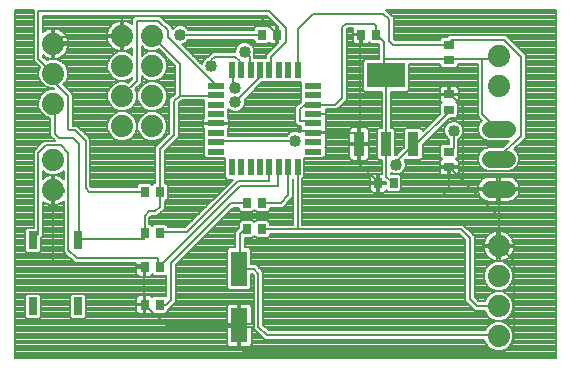
<source format=gtl>
G75*
%MOIN*%
%OFA0B0*%
%FSLAX24Y24*%
%IPPOS*%
%LPD*%
%AMOC8*
5,1,8,0,0,1.08239X$1,22.5*
%
%ADD10R,0.0374X0.0846*%
%ADD11R,0.1280X0.0846*%
%ADD12C,0.0560*%
%ADD13C,0.0740*%
%ADD14R,0.0276X0.0354*%
%ADD15R,0.0354X0.0276*%
%ADD16R,0.0580X0.0200*%
%ADD17R,0.0200X0.0580*%
%ADD18R,0.0551X0.1181*%
%ADD19R,0.0300X0.0600*%
%ADD20C,0.0080*%
%ADD21C,0.0400*%
D10*
X012173Y007822D03*
X013079Y007822D03*
X013984Y007822D03*
D11*
X013079Y010105D03*
D12*
X016549Y008313D02*
X017109Y008313D01*
X017109Y007313D02*
X016549Y007313D01*
X016549Y006313D02*
X017109Y006313D01*
D13*
X016829Y004413D03*
X016829Y003413D03*
X016829Y002413D03*
X016829Y001413D03*
X005279Y008413D03*
X004279Y008413D03*
X004279Y009413D03*
X005279Y009413D03*
X005279Y010413D03*
X004279Y010413D03*
X004279Y011413D03*
X005279Y011413D03*
X001979Y011163D03*
X001979Y010163D03*
X001979Y009163D03*
X001979Y007273D03*
X001979Y006273D03*
X016829Y009763D03*
X016829Y010763D03*
D14*
X012754Y011463D03*
X012243Y011463D03*
X009434Y011463D03*
X008923Y011463D03*
X012813Y006513D03*
X013324Y006513D03*
X008944Y005853D03*
X008433Y005853D03*
X008433Y004973D03*
X008944Y004973D03*
X005534Y004843D03*
X005023Y004843D03*
X005023Y003713D03*
X005534Y003713D03*
X005534Y002463D03*
X005023Y002463D03*
X005023Y006223D03*
X005534Y006223D03*
D15*
X015179Y007047D03*
X015179Y007559D03*
X015179Y008957D03*
X015179Y009469D03*
X015179Y010617D03*
X015179Y011129D03*
D16*
X010649Y009763D03*
X010649Y009453D03*
X010649Y009133D03*
X010649Y008823D03*
X010649Y008503D03*
X010649Y008193D03*
X010649Y007873D03*
X010649Y007563D03*
X007409Y007563D03*
X007409Y007873D03*
X007409Y008193D03*
X007409Y008503D03*
X007409Y008823D03*
X007409Y009133D03*
X007409Y009453D03*
X007409Y009763D03*
D17*
X007929Y010283D03*
X008239Y010283D03*
X008559Y010283D03*
X008869Y010283D03*
X009189Y010283D03*
X009499Y010283D03*
X009819Y010283D03*
X010129Y010283D03*
X010129Y007043D03*
X009819Y007043D03*
X009499Y007043D03*
X009189Y007043D03*
X008869Y007043D03*
X008559Y007043D03*
X008239Y007043D03*
X007929Y007043D03*
D18*
X008179Y003658D03*
X008179Y001768D03*
D19*
X002809Y002413D03*
X001309Y002413D03*
X001309Y004613D03*
X002809Y004613D03*
D20*
X000699Y000683D02*
X000699Y012289D01*
X001329Y012289D01*
X001329Y010587D01*
X001537Y010378D01*
X001489Y010261D01*
X001489Y010066D01*
X001563Y009886D01*
X001701Y009748D01*
X001881Y009673D01*
X001992Y009673D01*
X002012Y009653D01*
X001881Y009653D01*
X001701Y009579D01*
X001563Y009441D01*
X001489Y009261D01*
X001489Y009066D01*
X001563Y008886D01*
X001701Y008748D01*
X001881Y008673D01*
X001889Y008673D01*
X001889Y008087D01*
X000699Y008087D01*
X000699Y008165D02*
X001889Y008165D01*
X001889Y008087D02*
X002029Y007947D01*
X002042Y007933D01*
X001662Y007933D01*
X001569Y007840D01*
X001569Y007840D01*
X001329Y007600D01*
X001329Y005033D01*
X001109Y005033D01*
X001039Y004963D01*
X001039Y004264D01*
X001109Y004193D01*
X001508Y004193D01*
X001579Y004264D01*
X001579Y004677D01*
X001649Y004747D01*
X001649Y005883D01*
X001711Y005837D01*
X001783Y005801D01*
X001859Y005776D01*
X001938Y005763D01*
X001939Y005763D01*
X001939Y006233D01*
X002019Y006233D01*
X002329Y006233D01*
X002329Y006313D01*
X002019Y006313D01*
X002019Y006233D01*
X002019Y005763D01*
X002098Y005776D01*
X002174Y005801D01*
X002246Y005837D01*
X002311Y005884D01*
X002329Y005902D01*
X002329Y004227D01*
X002422Y004133D01*
X002422Y004133D01*
X002609Y003947D01*
X002702Y003853D01*
X004745Y003853D01*
X004745Y003742D01*
X004994Y003742D01*
X004994Y003853D01*
X005052Y003853D01*
X005052Y003742D01*
X004994Y003742D01*
X004994Y003684D01*
X005052Y003684D01*
X005052Y003396D01*
X005179Y003396D01*
X005215Y003406D01*
X005246Y003424D01*
X005273Y003450D01*
X005287Y003476D01*
X005347Y003416D01*
X005722Y003416D01*
X005749Y003443D01*
X005749Y002734D01*
X005722Y002760D01*
X005347Y002760D01*
X005287Y002701D01*
X005273Y002726D01*
X005246Y002752D01*
X005215Y002771D01*
X005179Y002780D01*
X005052Y002780D01*
X005052Y002492D01*
X004994Y002492D01*
X004994Y002780D01*
X004866Y002780D01*
X004831Y002771D01*
X004799Y002752D01*
X004773Y002726D01*
X004754Y002694D01*
X004745Y002659D01*
X004745Y002492D01*
X004994Y002492D01*
X004994Y002434D01*
X005052Y002434D01*
X005052Y002146D01*
X005179Y002146D01*
X005215Y002156D01*
X005246Y002174D01*
X005273Y002200D01*
X005287Y002226D01*
X005347Y002166D01*
X005722Y002166D01*
X005792Y002236D01*
X005792Y002293D01*
X005805Y002293D01*
X005899Y002387D01*
X006069Y002557D01*
X006069Y003787D01*
X007975Y005693D01*
X008175Y005693D01*
X008175Y005626D01*
X008245Y005556D01*
X008620Y005556D01*
X008689Y005624D01*
X008757Y005556D01*
X009132Y005556D01*
X009202Y005626D01*
X009202Y005693D01*
X009625Y005693D01*
X009875Y005943D01*
X009969Y006037D01*
X009969Y006634D01*
X009969Y005133D01*
X009202Y005133D01*
X009202Y005200D01*
X009132Y005270D01*
X008757Y005270D01*
X008689Y005202D01*
X008620Y005270D01*
X008245Y005270D01*
X008175Y005200D01*
X008175Y005006D01*
X008142Y004973D01*
X008049Y004880D01*
X008049Y004369D01*
X007853Y004369D01*
X007783Y004298D01*
X007783Y003018D01*
X007853Y002948D01*
X008504Y002948D01*
X008574Y003018D01*
X008574Y003483D01*
X008602Y003483D01*
X008659Y003427D01*
X008659Y001667D01*
X008752Y001573D01*
X009032Y001293D01*
X016348Y001293D01*
X016413Y001136D01*
X016551Y000998D01*
X016731Y000923D01*
X016926Y000923D01*
X017106Y000998D01*
X017244Y001136D01*
X017319Y001316D01*
X017319Y001511D01*
X017244Y001691D01*
X017106Y001829D01*
X016926Y001903D01*
X016731Y001903D01*
X016551Y001829D01*
X016413Y001691D01*
X016381Y001613D01*
X009165Y001613D01*
X008979Y001800D01*
X008979Y003560D01*
X008829Y003710D01*
X008735Y003803D01*
X008574Y003803D01*
X008574Y004298D01*
X008504Y004369D01*
X008369Y004369D01*
X008369Y004676D01*
X008620Y004676D01*
X008689Y004744D01*
X008757Y004676D01*
X009132Y004676D01*
X009202Y004746D01*
X009202Y004813D01*
X015512Y004813D01*
X015709Y004617D01*
X015709Y002577D01*
X015802Y002483D01*
X016032Y002253D01*
X016364Y002253D01*
X016413Y002136D01*
X016551Y001998D01*
X016731Y001923D01*
X016926Y001923D01*
X017106Y001998D01*
X017244Y002136D01*
X017319Y002316D01*
X017319Y002511D01*
X017244Y002691D01*
X017106Y002829D01*
X016926Y002903D01*
X016731Y002903D01*
X016551Y002829D01*
X016413Y002691D01*
X016364Y002573D01*
X016165Y002573D01*
X016029Y002710D01*
X016029Y004750D01*
X015645Y005133D01*
X010289Y005133D01*
X010289Y006644D01*
X010349Y006704D01*
X010349Y007343D01*
X010988Y007343D01*
X011059Y007414D01*
X011059Y007713D01*
X011053Y007718D01*
X011059Y007724D01*
X011059Y008021D01*
X011069Y008039D01*
X011079Y008075D01*
X011079Y008183D01*
X010659Y008183D01*
X010659Y008203D01*
X011079Y008203D01*
X011079Y008312D01*
X011069Y008347D01*
X011059Y008365D01*
X011059Y008651D01*
X011069Y008669D01*
X011079Y008705D01*
X011079Y008813D01*
X010659Y008813D01*
X010659Y008833D01*
X011079Y008833D01*
X011079Y008942D01*
X011070Y008973D01*
X011455Y008973D01*
X011549Y009067D01*
X011779Y009297D01*
X011779Y011657D01*
X011795Y011673D01*
X011969Y011673D01*
X011965Y011659D01*
X011965Y011492D01*
X012214Y011492D01*
X012214Y011434D01*
X012272Y011434D01*
X012272Y011146D01*
X012399Y011146D01*
X012435Y011156D01*
X012466Y011174D01*
X012493Y011200D01*
X012507Y011226D01*
X012567Y011166D01*
X012829Y011166D01*
X012849Y011147D01*
X012849Y010648D01*
X012389Y010648D01*
X012319Y010578D01*
X012319Y009632D01*
X012389Y009562D01*
X012929Y009562D01*
X012929Y008365D01*
X012842Y008365D01*
X012772Y008294D01*
X012772Y007349D01*
X012842Y007278D01*
X012929Y007278D01*
X012929Y006830D01*
X012842Y006830D01*
X012842Y006542D01*
X013053Y006542D01*
X013067Y006529D01*
X013067Y006484D01*
X012842Y006484D01*
X012842Y006542D01*
X012784Y006542D01*
X012784Y006830D01*
X012656Y006830D01*
X012621Y006821D01*
X012589Y006802D01*
X012563Y006776D01*
X012544Y006744D01*
X012535Y006709D01*
X012535Y006542D01*
X012784Y006542D01*
X012784Y006484D01*
X012842Y006484D01*
X012842Y006196D01*
X012969Y006196D01*
X013005Y006206D01*
X013036Y006224D01*
X013063Y006250D01*
X013077Y006276D01*
X013137Y006216D01*
X013512Y006216D01*
X013582Y006286D01*
X013582Y006740D01*
X013512Y006810D01*
X013249Y006810D01*
X013249Y006853D01*
X013345Y006813D01*
X013472Y006813D01*
X013590Y006862D01*
X013680Y006952D01*
X013729Y007070D01*
X013729Y007197D01*
X013696Y007275D01*
X013724Y007302D01*
X013723Y007302D01*
X013724Y007302D02*
X013747Y007278D01*
X014221Y007278D01*
X014291Y007349D01*
X014291Y007789D01*
X015201Y008700D01*
X015405Y008700D01*
X015476Y008770D01*
X015476Y009145D01*
X015416Y009205D01*
X015442Y009219D01*
X015468Y009245D01*
X015486Y009277D01*
X015496Y009313D01*
X015496Y009440D01*
X015207Y009440D01*
X015207Y009498D01*
X015150Y009498D01*
X015150Y009747D01*
X014983Y009747D01*
X014947Y009737D01*
X014915Y009719D01*
X014889Y009693D01*
X014871Y009661D01*
X014861Y009625D01*
X014861Y009498D01*
X015150Y009498D01*
X015150Y009440D01*
X014861Y009440D01*
X014861Y009313D01*
X014871Y009277D01*
X014889Y009245D01*
X014915Y009219D01*
X014941Y009205D01*
X014881Y009145D01*
X014881Y008832D01*
X014291Y008242D01*
X014291Y008294D01*
X014221Y008365D01*
X013747Y008365D01*
X013677Y008294D01*
X013677Y007708D01*
X013422Y007453D01*
X013386Y007453D01*
X013386Y008294D01*
X013315Y008365D01*
X013249Y008365D01*
X013249Y009562D01*
X013768Y009562D01*
X013838Y009632D01*
X013838Y010493D01*
X014881Y010493D01*
X014881Y010430D01*
X014952Y010360D01*
X015405Y010360D01*
X015476Y010430D01*
X015476Y010493D01*
X016129Y010493D01*
X016129Y008747D01*
X016222Y008653D01*
X016273Y008603D01*
X016209Y008540D01*
X016149Y008393D01*
X016149Y008234D01*
X016209Y008087D01*
X015606Y008087D01*
X015600Y008072D02*
X015649Y008190D01*
X015649Y008317D01*
X015600Y008435D01*
X015510Y008525D01*
X015392Y008573D01*
X015265Y008573D01*
X015147Y008525D01*
X015057Y008435D01*
X015009Y008317D01*
X015009Y008190D01*
X015057Y008072D01*
X015147Y007982D01*
X015169Y007973D01*
X015169Y007817D01*
X014952Y007817D01*
X014881Y007747D01*
X014881Y007372D01*
X014941Y007312D01*
X014915Y007297D01*
X014889Y007271D01*
X014871Y007239D01*
X014861Y007204D01*
X014861Y007076D01*
X015150Y007076D01*
X015150Y007018D01*
X015207Y007018D01*
X015207Y006770D01*
X015374Y006770D01*
X015410Y006779D01*
X015442Y006798D01*
X015468Y006824D01*
X015486Y006856D01*
X015496Y006891D01*
X015496Y007018D01*
X015207Y007018D01*
X015207Y007076D01*
X015496Y007076D01*
X015496Y007204D01*
X015486Y007239D01*
X015468Y007271D01*
X015442Y007297D01*
X015416Y007312D01*
X015476Y007372D01*
X015476Y007614D01*
X015489Y007627D01*
X015489Y007973D01*
X015510Y007982D01*
X015600Y008072D01*
X015536Y008008D02*
X016288Y008008D01*
X016322Y007974D02*
X016469Y007913D01*
X017162Y007913D01*
X016962Y007713D01*
X016469Y007713D01*
X016322Y007652D01*
X016209Y007540D01*
X016149Y007393D01*
X016149Y007234D01*
X016209Y007087D01*
X016322Y006974D01*
X016469Y006913D01*
X017188Y006913D01*
X017335Y006974D01*
X017448Y007087D01*
X017509Y007234D01*
X017509Y007393D01*
X017448Y007540D01*
X017345Y007643D01*
X017635Y007933D01*
X017729Y008027D01*
X017729Y010800D01*
X017169Y011360D01*
X017075Y011453D01*
X015182Y011453D01*
X015116Y011387D01*
X014952Y011387D01*
X014881Y011317D01*
X014881Y011293D01*
X013365Y011293D01*
X013329Y011330D01*
X013329Y012040D01*
X013235Y012133D01*
X013079Y012289D01*
X018729Y012289D01*
X018729Y000683D01*
X000699Y000683D01*
X000699Y000708D02*
X018729Y000708D01*
X018729Y000786D02*
X000699Y000786D01*
X000699Y000865D02*
X018729Y000865D01*
X018729Y000943D02*
X016974Y000943D01*
X017009Y000893D02*
X008339Y000893D01*
X008179Y001053D01*
X008179Y001768D01*
X008209Y001693D01*
X008219Y001728D02*
X008139Y001728D01*
X008219Y001728D01*
X008219Y001808D01*
X008594Y001808D01*
X008594Y002377D01*
X008585Y002413D01*
X008566Y002445D01*
X008540Y002471D01*
X008508Y002489D01*
X008473Y002499D01*
X008219Y002499D01*
X008219Y001808D01*
X008139Y001808D01*
X008139Y001728D01*
X008139Y001038D01*
X007885Y001038D01*
X007849Y001047D01*
X007817Y001066D01*
X007791Y001092D01*
X007773Y001124D01*
X007763Y001159D01*
X007763Y001728D01*
X000699Y001728D01*
X000699Y001650D02*
X007763Y001650D01*
X007763Y001728D02*
X008139Y001728D01*
X008129Y001773D02*
X008179Y001768D01*
X008129Y001773D02*
X005729Y001773D01*
X005089Y002413D01*
X005023Y002463D01*
X005009Y002493D01*
X005009Y003693D01*
X005023Y003713D01*
X005009Y003773D01*
X002149Y003773D01*
X001979Y003943D01*
X001979Y006273D01*
X002049Y006253D01*
X002019Y006281D02*
X002329Y006281D01*
X002019Y006313D02*
X001939Y006313D01*
X001939Y006783D01*
X001938Y006783D01*
X001859Y006771D01*
X001783Y006746D01*
X001711Y006709D01*
X001649Y006664D01*
X001649Y006910D01*
X001701Y006858D01*
X001881Y006783D01*
X002076Y006783D01*
X002256Y006858D01*
X002329Y006930D01*
X002329Y006644D01*
X002311Y006662D01*
X002246Y006709D01*
X002174Y006746D01*
X002098Y006771D01*
X002019Y006783D01*
X002019Y006783D01*
X002019Y006313D01*
X002019Y006360D02*
X001939Y006360D01*
X001939Y006438D02*
X002019Y006438D01*
X002019Y006517D02*
X001939Y006517D01*
X001939Y006595D02*
X002019Y006595D01*
X002019Y006674D02*
X001939Y006674D01*
X001939Y006752D02*
X002019Y006752D01*
X002155Y006752D02*
X002329Y006752D01*
X002329Y006674D02*
X002295Y006674D01*
X002329Y006831D02*
X002191Y006831D01*
X002308Y006909D02*
X002329Y006909D01*
X001803Y006752D02*
X001649Y006752D01*
X001649Y006674D02*
X001662Y006674D01*
X001649Y006831D02*
X001766Y006831D01*
X001650Y006909D02*
X001649Y006909D01*
X001329Y006909D02*
X000699Y006909D01*
X000699Y006831D02*
X001329Y006831D01*
X001329Y006752D02*
X000699Y006752D01*
X000699Y006674D02*
X001329Y006674D01*
X001329Y006595D02*
X000699Y006595D01*
X000699Y006517D02*
X001329Y006517D01*
X001329Y006438D02*
X000699Y006438D01*
X000699Y006360D02*
X001329Y006360D01*
X001329Y006281D02*
X000699Y006281D01*
X000699Y006203D02*
X001329Y006203D01*
X001329Y006124D02*
X000699Y006124D01*
X000699Y006046D02*
X001329Y006046D01*
X001329Y005967D02*
X000699Y005967D01*
X000699Y005889D02*
X001329Y005889D01*
X001329Y005810D02*
X000699Y005810D01*
X000699Y005732D02*
X001329Y005732D01*
X001329Y005653D02*
X000699Y005653D01*
X000699Y005575D02*
X001329Y005575D01*
X001329Y005496D02*
X000699Y005496D01*
X000699Y005418D02*
X001329Y005418D01*
X001329Y005339D02*
X000699Y005339D01*
X000699Y005261D02*
X001329Y005261D01*
X001329Y005182D02*
X000699Y005182D01*
X000699Y005104D02*
X001329Y005104D01*
X001101Y005025D02*
X000699Y005025D01*
X000699Y004947D02*
X001039Y004947D01*
X001039Y004868D02*
X000699Y004868D01*
X000699Y004790D02*
X001039Y004790D01*
X001039Y004711D02*
X000699Y004711D01*
X000699Y004633D02*
X001039Y004633D01*
X001039Y004554D02*
X000699Y004554D01*
X000699Y004476D02*
X001039Y004476D01*
X001039Y004397D02*
X000699Y004397D01*
X000699Y004319D02*
X001039Y004319D01*
X001062Y004240D02*
X000699Y004240D01*
X000699Y004162D02*
X002394Y004162D01*
X002329Y004240D02*
X001555Y004240D01*
X001579Y004319D02*
X002329Y004319D01*
X002329Y004397D02*
X001579Y004397D01*
X001579Y004476D02*
X002329Y004476D01*
X002329Y004554D02*
X001579Y004554D01*
X001579Y004633D02*
X002329Y004633D01*
X002329Y004711D02*
X001613Y004711D01*
X001649Y004790D02*
X002329Y004790D01*
X002329Y004868D02*
X001649Y004868D01*
X001649Y004947D02*
X002329Y004947D01*
X002329Y005025D02*
X001649Y005025D01*
X001649Y005104D02*
X002329Y005104D01*
X002329Y005182D02*
X001649Y005182D01*
X001649Y005261D02*
X002329Y005261D01*
X002329Y005339D02*
X001649Y005339D01*
X001649Y005418D02*
X002329Y005418D01*
X002329Y005496D02*
X001649Y005496D01*
X001649Y005575D02*
X002329Y005575D01*
X002329Y005653D02*
X001649Y005653D01*
X001649Y005732D02*
X002329Y005732D01*
X002329Y005810D02*
X002193Y005810D01*
X002315Y005889D02*
X002329Y005889D01*
X002019Y005889D02*
X001939Y005889D01*
X001939Y005967D02*
X002019Y005967D01*
X002019Y006046D02*
X001939Y006046D01*
X001939Y006124D02*
X002019Y006124D01*
X002019Y006203D02*
X001939Y006203D01*
X001939Y005810D02*
X002019Y005810D01*
X002019Y005763D02*
X002019Y005763D01*
X001764Y005810D02*
X001649Y005810D01*
X001489Y004813D02*
X001489Y007533D01*
X001729Y007773D01*
X002239Y007773D01*
X002489Y007523D01*
X002489Y004293D01*
X002769Y004013D01*
X005489Y004013D01*
X005489Y003773D01*
X005534Y003713D01*
X005569Y003773D01*
X008209Y006413D01*
X009489Y006413D01*
X009489Y006973D01*
X009499Y007043D01*
X009809Y007033D02*
X009819Y007043D01*
X009809Y006973D01*
X009809Y007033D02*
X009809Y006103D01*
X009559Y005853D01*
X008944Y005853D01*
X009202Y005653D02*
X009969Y005653D01*
X009969Y005575D02*
X009151Y005575D01*
X009142Y005261D02*
X009969Y005261D01*
X009969Y005339D02*
X007621Y005339D01*
X007542Y005261D02*
X008236Y005261D01*
X008175Y005182D02*
X007464Y005182D01*
X007385Y005104D02*
X008175Y005104D01*
X008175Y005025D02*
X007307Y005025D01*
X007228Y004947D02*
X008116Y004947D01*
X008049Y004868D02*
X007150Y004868D01*
X007071Y004790D02*
X008049Y004790D01*
X008049Y004711D02*
X006993Y004711D01*
X006914Y004633D02*
X008049Y004633D01*
X008049Y004554D02*
X006836Y004554D01*
X006757Y004476D02*
X008049Y004476D01*
X008049Y004397D02*
X006679Y004397D01*
X006600Y004319D02*
X007803Y004319D01*
X007783Y004240D02*
X006522Y004240D01*
X006443Y004162D02*
X007783Y004162D01*
X007783Y004083D02*
X006365Y004083D01*
X006286Y004005D02*
X007783Y004005D01*
X007783Y003926D02*
X006208Y003926D01*
X006129Y003848D02*
X007783Y003848D01*
X007783Y003769D02*
X006069Y003769D01*
X006069Y003691D02*
X007783Y003691D01*
X007783Y003612D02*
X006069Y003612D01*
X006069Y003534D02*
X007783Y003534D01*
X007783Y003455D02*
X006069Y003455D01*
X006069Y003377D02*
X007783Y003377D01*
X007783Y003298D02*
X006069Y003298D01*
X006069Y003220D02*
X007783Y003220D01*
X007783Y003141D02*
X006069Y003141D01*
X006069Y003063D02*
X007783Y003063D01*
X007817Y002984D02*
X006069Y002984D01*
X006069Y002906D02*
X008659Y002906D01*
X008659Y002984D02*
X008541Y002984D01*
X008574Y003063D02*
X008659Y003063D01*
X008659Y003141D02*
X008574Y003141D01*
X008574Y003220D02*
X008659Y003220D01*
X008659Y003298D02*
X008574Y003298D01*
X008574Y003377D02*
X008659Y003377D01*
X008630Y003455D02*
X008574Y003455D01*
X008669Y003643D02*
X008819Y003493D01*
X008819Y001733D01*
X009099Y001453D01*
X016769Y001453D01*
X016829Y001413D01*
X016363Y001257D02*
X008594Y001257D01*
X008594Y001179D02*
X016395Y001179D01*
X016449Y001100D02*
X008571Y001100D01*
X008566Y001092D02*
X008585Y001124D01*
X008594Y001159D01*
X008594Y001728D01*
X008659Y001728D01*
X008594Y001728D02*
X008219Y001728D01*
X008219Y001038D01*
X008473Y001038D01*
X008508Y001047D01*
X008540Y001066D01*
X008566Y001092D01*
X008594Y001336D02*
X008990Y001336D01*
X008911Y001414D02*
X008594Y001414D01*
X008594Y001493D02*
X008833Y001493D01*
X008754Y001571D02*
X008594Y001571D01*
X008594Y001650D02*
X008676Y001650D01*
X008659Y001807D02*
X008219Y001807D01*
X008219Y001885D02*
X008139Y001885D01*
X008139Y001808D02*
X008139Y002499D01*
X007885Y002499D01*
X007849Y002489D01*
X007817Y002471D01*
X007791Y002445D01*
X007773Y002413D01*
X007763Y002377D01*
X007763Y001808D01*
X008139Y001808D01*
X008139Y001807D02*
X000699Y001807D01*
X000699Y001885D02*
X007763Y001885D01*
X007763Y001964D02*
X000699Y001964D01*
X000699Y002042D02*
X001060Y002042D01*
X001039Y002064D02*
X001109Y001993D01*
X001508Y001993D01*
X001579Y002064D01*
X001579Y002763D01*
X001508Y002833D01*
X001109Y002833D01*
X001039Y002763D01*
X001039Y002064D01*
X001039Y002121D02*
X000699Y002121D01*
X000699Y002199D02*
X001039Y002199D01*
X001039Y002278D02*
X000699Y002278D01*
X000699Y002356D02*
X001039Y002356D01*
X001039Y002435D02*
X000699Y002435D01*
X000699Y002513D02*
X001039Y002513D01*
X001039Y002592D02*
X000699Y002592D01*
X000699Y002670D02*
X001039Y002670D01*
X001039Y002749D02*
X000699Y002749D01*
X000699Y002827D02*
X001103Y002827D01*
X001514Y002827D02*
X002603Y002827D01*
X002609Y002833D02*
X002539Y002763D01*
X002539Y002064D01*
X002609Y001993D01*
X003008Y001993D01*
X003079Y002064D01*
X003079Y002763D01*
X003008Y002833D01*
X002609Y002833D01*
X002539Y002749D02*
X001579Y002749D01*
X001579Y002670D02*
X002539Y002670D01*
X002539Y002592D02*
X001579Y002592D01*
X001579Y002513D02*
X002539Y002513D01*
X002539Y002435D02*
X001579Y002435D01*
X001579Y002356D02*
X002539Y002356D01*
X002539Y002278D02*
X001579Y002278D01*
X001579Y002199D02*
X002539Y002199D01*
X002539Y002121D02*
X001579Y002121D01*
X001557Y002042D02*
X002560Y002042D01*
X003057Y002042D02*
X007763Y002042D01*
X007763Y002121D02*
X003079Y002121D01*
X003079Y002199D02*
X004774Y002199D01*
X004773Y002200D02*
X004799Y002174D01*
X004831Y002156D01*
X004866Y002146D01*
X004994Y002146D01*
X004994Y002434D01*
X004745Y002434D01*
X004745Y002268D01*
X004754Y002232D01*
X004773Y002200D01*
X004745Y002278D02*
X003079Y002278D01*
X003079Y002356D02*
X004745Y002356D01*
X004745Y002513D02*
X003079Y002513D01*
X003079Y002435D02*
X004994Y002435D01*
X004994Y002513D02*
X005052Y002513D01*
X005052Y002592D02*
X004994Y002592D01*
X004994Y002670D02*
X005052Y002670D01*
X005052Y002749D02*
X004994Y002749D01*
X004795Y002749D02*
X003079Y002749D01*
X003079Y002670D02*
X004748Y002670D01*
X004745Y002592D02*
X003079Y002592D01*
X003014Y002827D02*
X005749Y002827D01*
X005749Y002749D02*
X005734Y002749D01*
X005749Y002906D02*
X000699Y002906D01*
X000699Y002984D02*
X005749Y002984D01*
X005749Y003063D02*
X000699Y003063D01*
X000699Y003141D02*
X005749Y003141D01*
X005749Y003220D02*
X000699Y003220D01*
X000699Y003298D02*
X005749Y003298D01*
X005749Y003377D02*
X000699Y003377D01*
X000699Y003455D02*
X004770Y003455D01*
X004773Y003450D02*
X004799Y003424D01*
X004831Y003406D01*
X004866Y003396D01*
X004994Y003396D01*
X004994Y003684D01*
X004745Y003684D01*
X004745Y003518D01*
X004754Y003482D01*
X004773Y003450D01*
X004745Y003534D02*
X000699Y003534D01*
X000699Y003612D02*
X004745Y003612D01*
X004745Y003769D02*
X000699Y003769D01*
X000699Y003691D02*
X004994Y003691D01*
X004994Y003769D02*
X005052Y003769D01*
X005052Y003848D02*
X004994Y003848D01*
X004994Y003612D02*
X005052Y003612D01*
X005052Y003534D02*
X004994Y003534D01*
X004994Y003455D02*
X005052Y003455D01*
X005275Y003455D02*
X005308Y003455D01*
X004745Y003848D02*
X000699Y003848D01*
X000699Y003926D02*
X002629Y003926D01*
X002551Y004005D02*
X000699Y004005D01*
X000699Y004083D02*
X002472Y004083D01*
X002809Y004613D02*
X002839Y004643D01*
X002839Y007813D01*
X002639Y008013D01*
X002189Y008013D01*
X002049Y008153D01*
X002049Y009133D01*
X001979Y009163D01*
X001523Y009343D02*
X000699Y009343D01*
X000699Y009421D02*
X001555Y009421D01*
X001622Y009500D02*
X000699Y009500D01*
X000699Y009578D02*
X001701Y009578D01*
X001731Y009735D02*
X000699Y009735D01*
X000699Y009657D02*
X002009Y009657D01*
X001979Y009913D02*
X002479Y009413D01*
X002479Y008303D01*
X002509Y008273D01*
X002719Y008273D01*
X003059Y007933D01*
X003059Y006343D01*
X003179Y006223D01*
X005023Y006223D01*
X004765Y006383D02*
X003245Y006383D01*
X003219Y006410D01*
X003219Y008000D01*
X003125Y008093D01*
X002785Y008433D01*
X002639Y008433D01*
X002639Y009480D01*
X002545Y009573D01*
X002313Y009805D01*
X002394Y009886D01*
X002469Y010066D01*
X002469Y010261D01*
X002394Y010441D01*
X002256Y010579D01*
X002076Y010653D01*
X001881Y010653D01*
X001764Y010605D01*
X001649Y010720D01*
X001649Y010773D01*
X001711Y010727D01*
X001783Y010691D01*
X001859Y010666D01*
X001938Y010653D01*
X001939Y010653D01*
X001939Y011123D01*
X002019Y011123D01*
X002019Y011203D01*
X002489Y011203D01*
X002489Y011203D01*
X002476Y011283D01*
X002451Y011359D01*
X002415Y011431D01*
X002368Y011495D01*
X002311Y011552D01*
X002246Y011599D01*
X002174Y011636D01*
X002098Y011661D01*
X002019Y011673D01*
X002019Y011673D01*
X002019Y011203D01*
X001939Y011203D01*
X001939Y011673D01*
X001938Y011673D01*
X001859Y011661D01*
X001783Y011636D01*
X001711Y011599D01*
X001649Y011554D01*
X001649Y012093D01*
X009102Y012093D01*
X009463Y011732D01*
X009463Y011492D01*
X009406Y011492D01*
X009406Y011780D01*
X009278Y011780D01*
X009243Y011771D01*
X009211Y011752D01*
X009185Y011726D01*
X009170Y011701D01*
X009110Y011760D01*
X008735Y011760D01*
X008665Y011690D01*
X008665Y011613D01*
X006489Y011613D01*
X006480Y011635D01*
X006390Y011725D01*
X006272Y011773D01*
X006145Y011773D01*
X006027Y011725D01*
X005969Y011666D01*
X005969Y011680D01*
X005649Y012000D01*
X005555Y012093D01*
X004702Y012093D01*
X004609Y012000D01*
X004609Y011804D01*
X004546Y011849D01*
X004474Y011886D01*
X004398Y011911D01*
X004319Y011923D01*
X004319Y011923D01*
X004319Y011453D01*
X004239Y011453D01*
X004239Y011923D01*
X004238Y011923D01*
X004159Y011911D01*
X004083Y011886D01*
X004011Y011849D01*
X003946Y011802D01*
X003890Y011745D01*
X003842Y011681D01*
X003806Y011609D01*
X003781Y011533D01*
X003769Y011453D01*
X004239Y011453D01*
X004239Y011373D01*
X004319Y011373D01*
X004319Y010903D01*
X004398Y010916D01*
X004474Y010941D01*
X004546Y010977D01*
X004609Y011023D01*
X004609Y010776D01*
X004556Y010829D01*
X004376Y010903D01*
X004181Y010903D01*
X004001Y010829D01*
X003863Y010691D01*
X003789Y010511D01*
X003789Y010316D01*
X003863Y010136D01*
X004001Y009998D01*
X004181Y009923D01*
X004376Y009923D01*
X004556Y009998D01*
X004609Y010050D01*
X004609Y010000D01*
X004472Y009863D01*
X004376Y009903D01*
X004181Y009903D01*
X004001Y009829D01*
X003863Y009691D01*
X003789Y009511D01*
X003789Y009316D01*
X003863Y009136D01*
X004001Y008998D01*
X004181Y008923D01*
X004376Y008923D01*
X004556Y008998D01*
X004694Y009136D01*
X004769Y009316D01*
X004769Y009511D01*
X004711Y009649D01*
X004929Y009867D01*
X004929Y010070D01*
X005001Y009998D01*
X005181Y009923D01*
X005376Y009923D01*
X005556Y009998D01*
X005694Y010136D01*
X005769Y010316D01*
X005769Y010511D01*
X005694Y010691D01*
X005556Y010829D01*
X005376Y010903D01*
X005181Y010903D01*
X005001Y010829D01*
X004929Y010756D01*
X004929Y011070D01*
X004929Y011070D01*
X005001Y010998D01*
X005181Y010923D01*
X005376Y010923D01*
X005494Y010972D01*
X006039Y010427D01*
X006039Y009500D01*
X005769Y009500D01*
X005769Y009511D02*
X005694Y009691D01*
X005556Y009829D01*
X005376Y009903D01*
X005181Y009903D01*
X005001Y009829D01*
X004863Y009691D01*
X004789Y009511D01*
X004789Y009316D01*
X004863Y009136D01*
X005001Y008998D01*
X005181Y008923D01*
X005376Y008923D01*
X005556Y008998D01*
X005694Y009136D01*
X005769Y009316D01*
X005769Y009511D01*
X005741Y009578D02*
X006039Y009578D01*
X006039Y009500D02*
X005849Y009310D01*
X005849Y008190D01*
X005374Y007715D01*
X005374Y006520D01*
X005347Y006520D01*
X005279Y006452D01*
X005210Y006520D01*
X004835Y006520D01*
X004765Y006450D01*
X004765Y006383D01*
X004765Y006438D02*
X003219Y006438D01*
X003219Y006517D02*
X004832Y006517D01*
X005214Y006517D02*
X005343Y006517D01*
X005374Y006595D02*
X003219Y006595D01*
X003219Y006674D02*
X005374Y006674D01*
X005374Y006752D02*
X003219Y006752D01*
X003219Y006831D02*
X005374Y006831D01*
X005374Y006909D02*
X003219Y006909D01*
X003219Y006988D02*
X005374Y006988D01*
X005374Y007066D02*
X003219Y007066D01*
X003219Y007145D02*
X005374Y007145D01*
X005374Y007223D02*
X003219Y007223D01*
X003219Y007302D02*
X005374Y007302D01*
X005374Y007380D02*
X003219Y007380D01*
X003219Y007459D02*
X005374Y007459D01*
X005374Y007537D02*
X003219Y007537D01*
X003219Y007616D02*
X005374Y007616D01*
X005374Y007694D02*
X003219Y007694D01*
X003219Y007773D02*
X005432Y007773D01*
X005510Y007851D02*
X003219Y007851D01*
X003219Y007930D02*
X004165Y007930D01*
X004181Y007923D02*
X004001Y007998D01*
X003863Y008136D01*
X003789Y008316D01*
X003789Y008511D01*
X003863Y008691D01*
X004001Y008829D01*
X004181Y008903D01*
X004376Y008903D01*
X004556Y008829D01*
X004694Y008691D01*
X004769Y008511D01*
X004769Y008316D01*
X004694Y008136D01*
X004556Y007998D01*
X004376Y007923D01*
X004181Y007923D01*
X003991Y008008D02*
X003210Y008008D01*
X003131Y008087D02*
X003912Y008087D01*
X003851Y008165D02*
X003053Y008165D01*
X002974Y008244D02*
X003818Y008244D01*
X003789Y008322D02*
X002896Y008322D01*
X002817Y008401D02*
X003789Y008401D01*
X003789Y008479D02*
X002639Y008479D01*
X002639Y008558D02*
X003808Y008558D01*
X003841Y008636D02*
X002639Y008636D01*
X002639Y008715D02*
X003887Y008715D01*
X003966Y008793D02*
X002639Y008793D01*
X002639Y008872D02*
X004105Y008872D01*
X004116Y008950D02*
X002639Y008950D01*
X002639Y009029D02*
X003970Y009029D01*
X003892Y009107D02*
X002639Y009107D01*
X002639Y009186D02*
X003842Y009186D01*
X003810Y009264D02*
X002639Y009264D01*
X002639Y009343D02*
X003789Y009343D01*
X003789Y009421D02*
X002639Y009421D01*
X002618Y009500D02*
X003789Y009500D01*
X003817Y009578D02*
X002540Y009578D01*
X002461Y009657D02*
X003849Y009657D01*
X003908Y009735D02*
X002383Y009735D01*
X002322Y009814D02*
X003986Y009814D01*
X004155Y009892D02*
X002397Y009892D01*
X002429Y009971D02*
X004066Y009971D01*
X003950Y010049D02*
X002462Y010049D01*
X002469Y010128D02*
X003871Y010128D01*
X003834Y010206D02*
X002469Y010206D01*
X002459Y010285D02*
X003801Y010285D01*
X003789Y010363D02*
X002426Y010363D01*
X002393Y010442D02*
X003789Y010442D01*
X003793Y010520D02*
X002314Y010520D01*
X002207Y010599D02*
X003825Y010599D01*
X003858Y010677D02*
X002133Y010677D01*
X002098Y010666D02*
X002174Y010691D01*
X002246Y010727D01*
X002311Y010774D01*
X002368Y010831D01*
X002415Y010896D01*
X002451Y010967D01*
X002476Y011044D01*
X002489Y011123D01*
X002489Y011123D01*
X002019Y011123D01*
X002019Y010653D01*
X002098Y010666D01*
X002019Y010677D02*
X001939Y010677D01*
X001939Y010756D02*
X002019Y010756D01*
X002019Y010834D02*
X001939Y010834D01*
X001939Y010913D02*
X002019Y010913D01*
X002019Y010991D02*
X001939Y010991D01*
X001939Y011070D02*
X002019Y011070D01*
X002019Y011148D02*
X003841Y011148D01*
X003842Y011146D02*
X003890Y011081D01*
X003946Y011024D01*
X004011Y010977D01*
X004083Y010941D01*
X004159Y010916D01*
X004238Y010903D01*
X004239Y010903D01*
X004239Y011373D01*
X003769Y011373D01*
X003781Y011294D01*
X003806Y011217D01*
X003842Y011146D01*
X003803Y011227D02*
X002485Y011227D01*
X002469Y011305D02*
X003779Y011305D01*
X003769Y011373D02*
X003769Y011373D01*
X003769Y011453D02*
X003769Y011453D01*
X003770Y011462D02*
X002392Y011462D01*
X002439Y011384D02*
X004239Y011384D01*
X004209Y011373D02*
X004279Y011413D01*
X004289Y011453D01*
X004289Y012093D01*
X008849Y012093D01*
X009409Y011533D01*
X009434Y011463D01*
X009406Y011434D02*
X009463Y011434D01*
X009463Y011174D01*
X009089Y010800D01*
X009089Y010693D01*
X009039Y010693D01*
X009029Y010683D01*
X009018Y010693D01*
X008719Y010693D01*
X008714Y010688D01*
X008708Y010693D01*
X008689Y010693D01*
X008689Y010800D01*
X008680Y010808D01*
X008689Y010830D01*
X008689Y010957D01*
X008640Y011075D01*
X008550Y011165D01*
X008432Y011213D01*
X008305Y011213D01*
X008187Y011165D01*
X008097Y011075D01*
X008049Y010957D01*
X008049Y010893D01*
X007312Y010893D01*
X007219Y010800D01*
X007129Y010710D01*
X007067Y010685D01*
X006977Y010595D01*
X006929Y010479D01*
X006274Y011134D01*
X006390Y011182D01*
X006480Y011272D01*
X006489Y011293D01*
X008665Y011293D01*
X008665Y011236D01*
X008735Y011166D01*
X009110Y011166D01*
X009170Y011226D01*
X009185Y011200D01*
X009211Y011174D01*
X009243Y011156D01*
X009278Y011146D01*
X009406Y011146D01*
X009406Y011434D01*
X009406Y011384D02*
X009463Y011384D01*
X009463Y011305D02*
X009406Y011305D01*
X009406Y011227D02*
X009463Y011227D01*
X009437Y011148D02*
X009406Y011148D01*
X009359Y011070D02*
X008642Y011070D01*
X008674Y010991D02*
X009280Y010991D01*
X009202Y010913D02*
X008689Y010913D01*
X008689Y010834D02*
X009123Y010834D01*
X009089Y010756D02*
X008689Y010756D01*
X008529Y010733D02*
X008369Y010893D01*
X008566Y011148D02*
X009270Y011148D01*
X009249Y010733D02*
X009729Y011213D01*
X009729Y011693D01*
X009169Y012253D01*
X001489Y012253D01*
X001489Y010653D01*
X001979Y010163D01*
X001979Y009913D01*
X001635Y009814D02*
X000699Y009814D01*
X000699Y009892D02*
X001560Y009892D01*
X001528Y009971D02*
X000699Y009971D01*
X000699Y010049D02*
X001495Y010049D01*
X001489Y010128D02*
X000699Y010128D01*
X000699Y010206D02*
X001489Y010206D01*
X001499Y010285D02*
X000699Y010285D01*
X000699Y010363D02*
X001531Y010363D01*
X001474Y010442D02*
X000699Y010442D01*
X000699Y010520D02*
X001395Y010520D01*
X001329Y010599D02*
X000699Y010599D01*
X000699Y010677D02*
X001329Y010677D01*
X001329Y010756D02*
X000699Y010756D01*
X000699Y010834D02*
X001329Y010834D01*
X001329Y010913D02*
X000699Y010913D01*
X000699Y010991D02*
X001329Y010991D01*
X001329Y011070D02*
X000699Y011070D01*
X000699Y011148D02*
X001329Y011148D01*
X001329Y011227D02*
X000699Y011227D01*
X000699Y011305D02*
X001329Y011305D01*
X001329Y011384D02*
X000699Y011384D01*
X000699Y011462D02*
X001329Y011462D01*
X001329Y011541D02*
X000699Y011541D01*
X000699Y011619D02*
X001329Y011619D01*
X001329Y011698D02*
X000699Y011698D01*
X000699Y011776D02*
X001329Y011776D01*
X001329Y011855D02*
X000699Y011855D01*
X000699Y011933D02*
X001329Y011933D01*
X001329Y012012D02*
X000699Y012012D01*
X000699Y012090D02*
X001329Y012090D01*
X001329Y012169D02*
X000699Y012169D01*
X000699Y012247D02*
X001329Y012247D01*
X001649Y012090D02*
X004699Y012090D01*
X004621Y012012D02*
X001649Y012012D01*
X001649Y011933D02*
X004609Y011933D01*
X004609Y011855D02*
X004535Y011855D01*
X004319Y011855D02*
X004239Y011855D01*
X004239Y011776D02*
X004319Y011776D01*
X004319Y011698D02*
X004239Y011698D01*
X004239Y011619D02*
X004319Y011619D01*
X004319Y011541D02*
X004239Y011541D01*
X004239Y011462D02*
X004319Y011462D01*
X004209Y011373D02*
X002049Y011373D01*
X002049Y011213D01*
X001979Y011163D01*
X001939Y011227D02*
X002019Y011227D01*
X002019Y011305D02*
X001939Y011305D01*
X001939Y011384D02*
X002019Y011384D01*
X002019Y011462D02*
X001939Y011462D01*
X001939Y011541D02*
X002019Y011541D01*
X002019Y011619D02*
X001939Y011619D01*
X001750Y011619D02*
X001649Y011619D01*
X001649Y011698D02*
X003855Y011698D01*
X003811Y011619D02*
X002207Y011619D01*
X002322Y011541D02*
X003784Y011541D01*
X003920Y011776D02*
X001649Y011776D01*
X001649Y011855D02*
X004022Y011855D01*
X004239Y011305D02*
X004319Y011305D01*
X004319Y011227D02*
X004239Y011227D01*
X004239Y011148D02*
X004319Y011148D01*
X004319Y011070D02*
X004239Y011070D01*
X004239Y010991D02*
X004319Y010991D01*
X004319Y010913D02*
X004239Y010913D01*
X004178Y010913D02*
X002423Y010913D01*
X002459Y010991D02*
X003992Y010991D01*
X003901Y011070D02*
X002480Y011070D01*
X002370Y010834D02*
X004015Y010834D01*
X003928Y010756D02*
X002285Y010756D01*
X002019Y010653D02*
X002019Y010653D01*
X001824Y010677D02*
X001691Y010677D01*
X001672Y010756D02*
X001649Y010756D01*
X001490Y009264D02*
X000699Y009264D01*
X000699Y009186D02*
X001489Y009186D01*
X001489Y009107D02*
X000699Y009107D01*
X000699Y009029D02*
X001504Y009029D01*
X001536Y008950D02*
X000699Y008950D01*
X000699Y008872D02*
X001577Y008872D01*
X001656Y008793D02*
X000699Y008793D01*
X000699Y008715D02*
X001781Y008715D01*
X001889Y008636D02*
X000699Y008636D01*
X000699Y008558D02*
X001889Y008558D01*
X001889Y008479D02*
X000699Y008479D01*
X000699Y008401D02*
X001889Y008401D01*
X001889Y008322D02*
X000699Y008322D01*
X000699Y008244D02*
X001889Y008244D01*
X001967Y008008D02*
X000699Y008008D01*
X000699Y007930D02*
X001659Y007930D01*
X001580Y007851D02*
X000699Y007851D01*
X000699Y007773D02*
X001502Y007773D01*
X001423Y007694D02*
X000699Y007694D01*
X000699Y007616D02*
X001345Y007616D01*
X001329Y007537D02*
X000699Y007537D01*
X000699Y007459D02*
X001329Y007459D01*
X001329Y007380D02*
X000699Y007380D01*
X000699Y007302D02*
X001329Y007302D01*
X001329Y007223D02*
X000699Y007223D01*
X000699Y007145D02*
X001329Y007145D01*
X001329Y007066D02*
X000699Y007066D01*
X000699Y006988D02*
X001329Y006988D01*
X001489Y004813D02*
X001329Y004653D01*
X001309Y004613D01*
X002809Y004613D02*
X002849Y004653D01*
X005009Y004653D01*
X005009Y004813D01*
X005023Y004843D01*
X005029Y004849D01*
X005029Y005423D01*
X005179Y005573D01*
X005379Y005573D01*
X005534Y005729D01*
X005534Y006223D01*
X005534Y007649D01*
X006009Y008123D01*
X006009Y009243D01*
X006199Y009433D01*
X006199Y010493D01*
X005279Y011413D01*
X005017Y010991D02*
X004929Y010991D01*
X004929Y010913D02*
X005553Y010913D01*
X005542Y010834D02*
X005631Y010834D01*
X005629Y010756D02*
X005710Y010756D01*
X005700Y010677D02*
X005788Y010677D01*
X005732Y010599D02*
X005867Y010599D01*
X005945Y010520D02*
X005765Y010520D01*
X005769Y010442D02*
X006024Y010442D01*
X006039Y010363D02*
X005769Y010363D01*
X005756Y010285D02*
X006039Y010285D01*
X006039Y010206D02*
X005723Y010206D01*
X005686Y010128D02*
X006039Y010128D01*
X006039Y010049D02*
X005608Y010049D01*
X005491Y009971D02*
X006039Y009971D01*
X006039Y009892D02*
X005402Y009892D01*
X005571Y009814D02*
X006039Y009814D01*
X006039Y009735D02*
X005649Y009735D01*
X005708Y009657D02*
X006039Y009657D01*
X005960Y009421D02*
X005769Y009421D01*
X005769Y009343D02*
X005882Y009343D01*
X005849Y009264D02*
X005747Y009264D01*
X005715Y009186D02*
X005849Y009186D01*
X005849Y009107D02*
X005666Y009107D01*
X005587Y009029D02*
X005849Y009029D01*
X005849Y008950D02*
X005441Y008950D01*
X005452Y008872D02*
X005849Y008872D01*
X005849Y008793D02*
X005591Y008793D01*
X005556Y008829D02*
X005376Y008903D01*
X005181Y008903D01*
X005001Y008829D01*
X004863Y008691D01*
X004789Y008511D01*
X004789Y008316D01*
X004863Y008136D01*
X005001Y007998D01*
X005181Y007923D01*
X005376Y007923D01*
X005556Y007998D01*
X005694Y008136D01*
X005769Y008316D01*
X005769Y008511D01*
X005694Y008691D01*
X005556Y008829D01*
X005670Y008715D02*
X005849Y008715D01*
X005849Y008636D02*
X005717Y008636D01*
X005749Y008558D02*
X005849Y008558D01*
X005849Y008479D02*
X005769Y008479D01*
X005769Y008401D02*
X005849Y008401D01*
X005849Y008322D02*
X005769Y008322D01*
X005739Y008244D02*
X005849Y008244D01*
X005824Y008165D02*
X005706Y008165D01*
X005746Y008087D02*
X005645Y008087D01*
X005667Y008008D02*
X005567Y008008D01*
X005589Y007930D02*
X005392Y007930D01*
X005165Y007930D02*
X004392Y007930D01*
X004567Y008008D02*
X004991Y008008D01*
X004912Y008087D02*
X004645Y008087D01*
X004706Y008165D02*
X004851Y008165D01*
X004818Y008244D02*
X004739Y008244D01*
X004769Y008322D02*
X004789Y008322D01*
X004789Y008401D02*
X004769Y008401D01*
X004769Y008479D02*
X004789Y008479D01*
X004808Y008558D02*
X004749Y008558D01*
X004717Y008636D02*
X004841Y008636D01*
X004887Y008715D02*
X004670Y008715D01*
X004591Y008793D02*
X004966Y008793D01*
X005105Y008872D02*
X004452Y008872D01*
X004441Y008950D02*
X005116Y008950D01*
X004970Y009029D02*
X004587Y009029D01*
X004666Y009107D02*
X004892Y009107D01*
X004842Y009186D02*
X004715Y009186D01*
X004747Y009264D02*
X004810Y009264D01*
X004789Y009343D02*
X004769Y009343D01*
X004769Y009421D02*
X004789Y009421D01*
X004789Y009500D02*
X004769Y009500D01*
X004741Y009578D02*
X004817Y009578D01*
X004849Y009657D02*
X004718Y009657D01*
X004797Y009735D02*
X004908Y009735D01*
X004875Y009814D02*
X004986Y009814D01*
X004929Y009892D02*
X005155Y009892D01*
X005066Y009971D02*
X004929Y009971D01*
X004929Y010049D02*
X004950Y010049D01*
X004769Y009933D02*
X004289Y009453D01*
X004279Y009413D01*
X004402Y009892D02*
X004501Y009892D01*
X004491Y009971D02*
X004580Y009971D01*
X004608Y010049D02*
X004609Y010049D01*
X004769Y009933D02*
X004769Y011933D01*
X005489Y011933D01*
X005809Y011613D01*
X005809Y011373D01*
X007409Y009773D01*
X007409Y009763D01*
X007409Y009453D02*
X007389Y009433D01*
X006199Y009433D01*
X006265Y009273D02*
X006999Y009273D01*
X006999Y008984D01*
X007004Y008978D01*
X006999Y008973D01*
X006999Y008675D01*
X006988Y008657D01*
X006979Y008622D01*
X006979Y008513D01*
X007399Y008513D01*
X007399Y008493D01*
X006979Y008493D01*
X006979Y008385D01*
X006988Y008349D01*
X006999Y008331D01*
X006999Y008044D01*
X007009Y008033D01*
X006999Y008023D01*
X006999Y007724D01*
X007004Y007718D01*
X006999Y007713D01*
X006999Y007414D01*
X007069Y007343D01*
X007709Y007343D01*
X007709Y006704D01*
X007779Y006633D01*
X007962Y006633D01*
X006382Y005053D01*
X005792Y005053D01*
X005792Y005070D01*
X005722Y005140D01*
X005347Y005140D01*
X005279Y005072D01*
X005210Y005140D01*
X005189Y005140D01*
X005189Y005357D01*
X005245Y005413D01*
X005445Y005413D01*
X005539Y005507D01*
X005694Y005663D01*
X005694Y005926D01*
X005722Y005926D01*
X005792Y005996D01*
X005792Y006450D01*
X005722Y006520D01*
X005694Y006520D01*
X005694Y007583D01*
X006075Y007963D01*
X006169Y008057D01*
X006169Y009177D01*
X006265Y009273D01*
X006256Y009264D02*
X006999Y009264D01*
X006999Y009186D02*
X006177Y009186D01*
X006169Y009107D02*
X006999Y009107D01*
X006999Y009029D02*
X006169Y009029D01*
X006169Y008950D02*
X006999Y008950D01*
X006999Y008872D02*
X006169Y008872D01*
X006169Y008793D02*
X006999Y008793D01*
X006999Y008715D02*
X006169Y008715D01*
X006169Y008636D02*
X006983Y008636D01*
X006979Y008558D02*
X006169Y008558D01*
X006169Y008479D02*
X006979Y008479D01*
X006979Y008401D02*
X006169Y008401D01*
X006169Y008322D02*
X006999Y008322D01*
X006999Y008244D02*
X006169Y008244D01*
X006169Y008165D02*
X006999Y008165D01*
X006999Y008087D02*
X006169Y008087D01*
X006120Y008008D02*
X006999Y008008D01*
X006999Y007930D02*
X006041Y007930D01*
X005963Y007851D02*
X006999Y007851D01*
X006999Y007773D02*
X005884Y007773D01*
X005806Y007694D02*
X006999Y007694D01*
X006999Y007616D02*
X005727Y007616D01*
X005694Y007537D02*
X006999Y007537D01*
X006999Y007459D02*
X005694Y007459D01*
X005694Y007380D02*
X007032Y007380D01*
X007709Y007302D02*
X005694Y007302D01*
X005694Y007223D02*
X007709Y007223D01*
X007709Y007145D02*
X005694Y007145D01*
X005694Y007066D02*
X007709Y007066D01*
X007709Y006988D02*
X005694Y006988D01*
X005694Y006909D02*
X007709Y006909D01*
X007709Y006831D02*
X005694Y006831D01*
X005694Y006752D02*
X007709Y006752D01*
X007738Y006674D02*
X005694Y006674D01*
X005694Y006595D02*
X007924Y006595D01*
X007846Y006517D02*
X005726Y006517D01*
X005792Y006438D02*
X007767Y006438D01*
X007689Y006360D02*
X005792Y006360D01*
X005792Y006281D02*
X007610Y006281D01*
X007532Y006203D02*
X005792Y006203D01*
X005792Y006124D02*
X007453Y006124D01*
X007375Y006046D02*
X005792Y006046D01*
X005763Y005967D02*
X007296Y005967D01*
X007218Y005889D02*
X005694Y005889D01*
X005694Y005810D02*
X007139Y005810D01*
X007061Y005732D02*
X005694Y005732D01*
X005685Y005653D02*
X006982Y005653D01*
X006904Y005575D02*
X005606Y005575D01*
X005528Y005496D02*
X006825Y005496D01*
X006747Y005418D02*
X005449Y005418D01*
X005189Y005339D02*
X006668Y005339D01*
X006590Y005261D02*
X005189Y005261D01*
X005189Y005182D02*
X006511Y005182D01*
X006433Y005104D02*
X005759Y005104D01*
X005569Y004893D02*
X005534Y004843D01*
X005569Y004893D02*
X006449Y004893D01*
X008129Y006573D01*
X009169Y006573D01*
X009169Y006973D01*
X009189Y007043D01*
X009969Y006634D02*
X009969Y006634D01*
X009969Y006595D02*
X009969Y006595D01*
X009969Y006517D02*
X009969Y006517D01*
X009969Y006438D02*
X009969Y006438D01*
X009969Y006360D02*
X009969Y006360D01*
X009969Y006281D02*
X009969Y006281D01*
X009969Y006203D02*
X009969Y006203D01*
X009969Y006124D02*
X009969Y006124D01*
X009969Y006046D02*
X009969Y006046D01*
X009969Y005967D02*
X009899Y005967D01*
X009969Y005889D02*
X009820Y005889D01*
X009742Y005810D02*
X009969Y005810D01*
X009969Y005732D02*
X009663Y005732D01*
X009969Y005496D02*
X007778Y005496D01*
X007699Y005418D02*
X009969Y005418D01*
X009969Y005182D02*
X009202Y005182D01*
X008944Y004973D02*
X010129Y004973D01*
X015579Y004973D01*
X015869Y004683D01*
X015869Y002643D01*
X016099Y002413D01*
X016829Y002413D01*
X017270Y002199D02*
X018729Y002199D01*
X018729Y002121D02*
X017229Y002121D01*
X017151Y002042D02*
X018729Y002042D01*
X018729Y001964D02*
X017024Y001964D01*
X016969Y001885D02*
X018729Y001885D01*
X018729Y001807D02*
X017128Y001807D01*
X017207Y001728D02*
X018729Y001728D01*
X018729Y001650D02*
X017261Y001650D01*
X017293Y001571D02*
X018729Y001571D01*
X018729Y001493D02*
X017319Y001493D01*
X017319Y001414D02*
X018729Y001414D01*
X018729Y001336D02*
X017319Y001336D01*
X017294Y001257D02*
X018729Y001257D01*
X018729Y001179D02*
X017262Y001179D01*
X017329Y001213D02*
X017009Y000893D01*
X017130Y001022D02*
X018729Y001022D01*
X018729Y001100D02*
X017209Y001100D01*
X017329Y001213D02*
X017329Y003933D01*
X016849Y004413D01*
X016829Y004413D01*
X016769Y004413D01*
X016789Y004397D02*
X016029Y004397D01*
X016029Y004319D02*
X016327Y004319D01*
X016331Y004294D02*
X016319Y004373D01*
X016319Y004373D01*
X016789Y004373D01*
X016869Y004373D01*
X016869Y004453D01*
X017339Y004453D01*
X017339Y004453D01*
X017326Y004533D01*
X017301Y004609D01*
X017265Y004681D01*
X017218Y004745D01*
X017161Y004802D01*
X017096Y004849D01*
X017024Y004886D01*
X016948Y004911D01*
X016869Y004923D01*
X016869Y004923D01*
X016869Y004453D01*
X016789Y004453D01*
X016789Y004923D01*
X016788Y004923D01*
X016709Y004911D01*
X016633Y004886D01*
X016561Y004849D01*
X016496Y004802D01*
X016440Y004745D01*
X016392Y004681D01*
X016356Y004609D01*
X016331Y004533D01*
X016319Y004453D01*
X016789Y004453D01*
X016789Y004373D01*
X016789Y003903D01*
X016788Y003903D01*
X016709Y003916D01*
X016633Y003941D01*
X016561Y003977D01*
X016496Y004024D01*
X016440Y004081D01*
X016392Y004146D01*
X016356Y004217D01*
X016331Y004294D01*
X016349Y004240D02*
X016029Y004240D01*
X016029Y004162D02*
X016384Y004162D01*
X016438Y004083D02*
X016029Y004083D01*
X016029Y004005D02*
X016523Y004005D01*
X016677Y003926D02*
X016029Y003926D01*
X016029Y003848D02*
X016597Y003848D01*
X016551Y003829D02*
X016413Y003691D01*
X016339Y003511D01*
X016339Y003316D01*
X016413Y003136D01*
X016551Y002998D01*
X016731Y002923D01*
X016926Y002923D01*
X017106Y002998D01*
X017244Y003136D01*
X017319Y003316D01*
X017319Y003511D01*
X017244Y003691D01*
X017106Y003829D01*
X016926Y003903D01*
X016731Y003903D01*
X016551Y003829D01*
X016492Y003769D02*
X016029Y003769D01*
X016029Y003691D02*
X016413Y003691D01*
X016381Y003612D02*
X016029Y003612D01*
X016029Y003534D02*
X016348Y003534D01*
X016339Y003455D02*
X016029Y003455D01*
X016029Y003377D02*
X016339Y003377D01*
X016346Y003298D02*
X016029Y003298D01*
X016029Y003220D02*
X016378Y003220D01*
X016411Y003141D02*
X016029Y003141D01*
X016029Y003063D02*
X016486Y003063D01*
X016584Y002984D02*
X016029Y002984D01*
X016029Y002906D02*
X018729Y002906D01*
X018729Y002984D02*
X017073Y002984D01*
X017171Y003063D02*
X018729Y003063D01*
X018729Y003141D02*
X017246Y003141D01*
X017279Y003220D02*
X018729Y003220D01*
X018729Y003298D02*
X017311Y003298D01*
X017319Y003377D02*
X018729Y003377D01*
X018729Y003455D02*
X017319Y003455D01*
X017309Y003534D02*
X018729Y003534D01*
X018729Y003612D02*
X017277Y003612D01*
X017244Y003691D02*
X018729Y003691D01*
X018729Y003769D02*
X017165Y003769D01*
X017060Y003848D02*
X018729Y003848D01*
X018729Y003926D02*
X016980Y003926D01*
X016948Y003916D02*
X017024Y003941D01*
X017096Y003977D01*
X017161Y004024D01*
X017218Y004081D01*
X017265Y004146D01*
X017301Y004217D01*
X017326Y004294D01*
X017339Y004373D01*
X017339Y004373D01*
X016869Y004373D01*
X016869Y003903D01*
X016948Y003916D01*
X016869Y003926D02*
X016789Y003926D01*
X016789Y004005D02*
X016869Y004005D01*
X016869Y004083D02*
X016789Y004083D01*
X016789Y004162D02*
X016869Y004162D01*
X016869Y004240D02*
X016789Y004240D01*
X016789Y004319D02*
X016869Y004319D01*
X016869Y004397D02*
X018729Y004397D01*
X018729Y004319D02*
X017330Y004319D01*
X017309Y004240D02*
X018729Y004240D01*
X018729Y004162D02*
X017273Y004162D01*
X017219Y004083D02*
X018729Y004083D01*
X018729Y004005D02*
X017134Y004005D01*
X016869Y003903D02*
X016869Y003903D01*
X016849Y004413D02*
X016849Y005373D01*
X015649Y006573D01*
X015649Y009053D01*
X015249Y009453D01*
X015179Y009469D01*
X015207Y009498D02*
X015207Y009747D01*
X015374Y009747D01*
X015410Y009737D01*
X015442Y009719D01*
X015468Y009693D01*
X015486Y009661D01*
X015496Y009625D01*
X015496Y009498D01*
X015207Y009498D01*
X015207Y009500D02*
X015150Y009500D01*
X015150Y009578D02*
X015207Y009578D01*
X015207Y009657D02*
X015150Y009657D01*
X015150Y009735D02*
X015207Y009735D01*
X015413Y009735D02*
X016129Y009735D01*
X016129Y009657D02*
X015487Y009657D01*
X015496Y009578D02*
X016129Y009578D01*
X016129Y009500D02*
X015496Y009500D01*
X015496Y009421D02*
X016129Y009421D01*
X016129Y009343D02*
X015496Y009343D01*
X015479Y009264D02*
X016129Y009264D01*
X016129Y009186D02*
X015435Y009186D01*
X015476Y009107D02*
X016129Y009107D01*
X016129Y009029D02*
X015476Y009029D01*
X015476Y008950D02*
X016129Y008950D01*
X016129Y008872D02*
X015476Y008872D01*
X015476Y008793D02*
X016129Y008793D01*
X016161Y008715D02*
X015421Y008715D01*
X015429Y008558D02*
X016227Y008558D01*
X016239Y008636D02*
X015138Y008636D01*
X015059Y008558D02*
X015228Y008558D01*
X015102Y008479D02*
X014981Y008479D01*
X015043Y008401D02*
X014902Y008401D01*
X014824Y008322D02*
X015011Y008322D01*
X015009Y008244D02*
X014745Y008244D01*
X014667Y008165D02*
X015019Y008165D01*
X015051Y008087D02*
X014588Y008087D01*
X014510Y008008D02*
X015121Y008008D01*
X015169Y007930D02*
X014431Y007930D01*
X014353Y007851D02*
X015169Y007851D01*
X015329Y007693D02*
X015329Y008253D01*
X015649Y008244D02*
X016149Y008244D01*
X016149Y008322D02*
X015646Y008322D01*
X015614Y008401D02*
X016152Y008401D01*
X016184Y008479D02*
X015555Y008479D01*
X015639Y008165D02*
X016177Y008165D01*
X016209Y008087D02*
X016322Y007974D01*
X016429Y007930D02*
X015489Y007930D01*
X015489Y007851D02*
X017100Y007851D01*
X017022Y007773D02*
X015489Y007773D01*
X015489Y007694D02*
X016423Y007694D01*
X016285Y007616D02*
X015477Y007616D01*
X015476Y007537D02*
X016208Y007537D01*
X016176Y007459D02*
X015476Y007459D01*
X015476Y007380D02*
X016149Y007380D01*
X016149Y007302D02*
X015434Y007302D01*
X015490Y007223D02*
X016153Y007223D01*
X016185Y007145D02*
X015496Y007145D01*
X015207Y007066D02*
X016230Y007066D01*
X016308Y006988D02*
X015496Y006988D01*
X015496Y006909D02*
X018729Y006909D01*
X018729Y006831D02*
X015472Y006831D01*
X015207Y006831D02*
X015150Y006831D01*
X015150Y006770D02*
X015150Y007018D01*
X014861Y007018D01*
X014861Y006891D01*
X014871Y006856D01*
X014889Y006824D01*
X014915Y006798D01*
X014947Y006779D01*
X014983Y006770D01*
X015150Y006770D01*
X015150Y006909D02*
X015207Y006909D01*
X015169Y006973D02*
X015179Y007047D01*
X015159Y007027D01*
X015159Y006313D01*
X014929Y006083D01*
X012989Y006083D01*
X012849Y006223D01*
X012849Y006493D01*
X012813Y006513D01*
X012769Y006573D01*
X012209Y007133D01*
X012209Y007773D01*
X012173Y007822D01*
X012209Y008173D01*
X011089Y008173D01*
X011089Y008813D01*
X010689Y008813D01*
X010649Y008823D01*
X010609Y008573D02*
X010649Y008503D01*
X010609Y008573D02*
X010209Y008573D01*
X010209Y008973D01*
X010369Y009133D01*
X010649Y009133D01*
X011389Y009133D01*
X011619Y009363D01*
X011619Y011723D01*
X011729Y011833D01*
X012679Y011833D01*
X012754Y011757D01*
X012754Y011463D01*
X012769Y011453D01*
X013009Y011213D01*
X013009Y010653D01*
X015169Y010653D01*
X015179Y010617D01*
X015249Y010653D01*
X016289Y010653D01*
X016289Y008813D01*
X016769Y008333D01*
X016829Y008313D01*
X017569Y008093D02*
X017569Y010733D01*
X017009Y011293D01*
X015249Y011293D01*
X015249Y011133D01*
X015179Y011129D01*
X015174Y011133D01*
X013299Y011133D01*
X013169Y011263D01*
X013169Y011973D01*
X012989Y012153D01*
X010649Y012153D01*
X010139Y011643D01*
X010139Y010293D01*
X010129Y010283D01*
X010239Y009873D02*
X009979Y009873D01*
X009974Y009879D01*
X009968Y009873D01*
X009669Y009873D01*
X009659Y009884D01*
X009648Y009873D01*
X009349Y009873D01*
X009344Y009879D01*
X009338Y009873D01*
X009039Y009873D01*
X009029Y009884D01*
X009018Y009873D01*
X008935Y009873D01*
X008360Y009298D01*
X008369Y009277D01*
X008369Y009150D01*
X008320Y009032D01*
X008230Y008942D01*
X008112Y008893D01*
X007985Y008893D01*
X007867Y008942D01*
X007819Y008991D01*
X007819Y008984D01*
X007813Y008978D01*
X007819Y008973D01*
X007819Y008675D01*
X007829Y008657D01*
X007839Y008622D01*
X007839Y008513D01*
X007419Y008513D01*
X007419Y008493D01*
X007839Y008493D01*
X007839Y008385D01*
X007829Y008349D01*
X007819Y008331D01*
X007819Y008093D01*
X009768Y008093D01*
X009777Y008115D01*
X009867Y008205D01*
X009985Y008253D01*
X010112Y008253D01*
X010219Y008209D01*
X010219Y008312D01*
X010228Y008347D01*
X010239Y008365D01*
X010239Y008413D01*
X010142Y008413D01*
X010049Y008507D01*
X010049Y009040D01*
X010209Y009200D01*
X010239Y009230D01*
X010239Y009283D01*
X010249Y009293D01*
X010239Y009304D01*
X010239Y009603D01*
X010244Y009608D01*
X010239Y009614D01*
X010239Y009873D01*
X010239Y009814D02*
X008875Y009814D01*
X008797Y009735D02*
X010239Y009735D01*
X010239Y009657D02*
X008718Y009657D01*
X008640Y009578D02*
X010239Y009578D01*
X010239Y009500D02*
X008561Y009500D01*
X008483Y009421D02*
X010239Y009421D01*
X010239Y009343D02*
X008404Y009343D01*
X008369Y009264D02*
X010239Y009264D01*
X010195Y009186D02*
X008369Y009186D01*
X008351Y009107D02*
X010116Y009107D01*
X010049Y009029D02*
X008317Y009029D01*
X008238Y008950D02*
X010049Y008950D01*
X010049Y008872D02*
X007819Y008872D01*
X007819Y008950D02*
X007859Y008950D01*
X007819Y008793D02*
X010049Y008793D01*
X010049Y008715D02*
X007819Y008715D01*
X007835Y008636D02*
X010049Y008636D01*
X010049Y008558D02*
X007839Y008558D01*
X007839Y008479D02*
X010076Y008479D01*
X010049Y008493D02*
X010289Y008253D01*
X010609Y008253D01*
X010649Y008193D01*
X010689Y008173D01*
X011089Y008173D01*
X011079Y008165D02*
X011846Y008165D01*
X011846Y008087D02*
X011079Y008087D01*
X011059Y008008D02*
X011846Y008008D01*
X011846Y007930D02*
X011059Y007930D01*
X011059Y007851D02*
X012133Y007851D01*
X012133Y007862D02*
X012133Y007782D01*
X011846Y007782D01*
X011846Y007380D01*
X011856Y007344D01*
X011874Y007312D01*
X011900Y007286D01*
X011932Y007268D01*
X011968Y007258D01*
X012133Y007258D01*
X012133Y007782D01*
X012213Y007782D01*
X012213Y007862D01*
X012133Y007862D01*
X012133Y008385D01*
X011968Y008385D01*
X011932Y008375D01*
X011900Y008357D01*
X011874Y008331D01*
X011856Y008299D01*
X011846Y008263D01*
X011846Y007862D01*
X012133Y007862D01*
X012173Y007822D02*
X012209Y007853D01*
X012209Y008173D01*
X012209Y011453D01*
X012243Y011463D01*
X012214Y011462D02*
X011779Y011462D01*
X011779Y011384D02*
X011965Y011384D01*
X011965Y011434D02*
X011965Y011268D01*
X011974Y011232D01*
X011993Y011200D01*
X012019Y011174D01*
X012051Y011156D01*
X012086Y011146D01*
X012214Y011146D01*
X012214Y011434D01*
X011965Y011434D01*
X011965Y011541D02*
X011779Y011541D01*
X011779Y011619D02*
X011965Y011619D01*
X011965Y011305D02*
X011779Y011305D01*
X011779Y011227D02*
X011977Y011227D01*
X012078Y011148D02*
X011779Y011148D01*
X011779Y011070D02*
X012849Y011070D01*
X012847Y011148D02*
X012407Y011148D01*
X012272Y011148D02*
X012214Y011148D01*
X012214Y011227D02*
X012272Y011227D01*
X012272Y011305D02*
X012214Y011305D01*
X012214Y011384D02*
X012272Y011384D01*
X011779Y010991D02*
X012849Y010991D01*
X012849Y010913D02*
X011779Y010913D01*
X011779Y010834D02*
X012849Y010834D01*
X012849Y010756D02*
X011779Y010756D01*
X011779Y010677D02*
X012849Y010677D01*
X013009Y010653D02*
X013009Y010173D01*
X013079Y010105D01*
X013089Y010093D01*
X013089Y007853D01*
X013079Y007822D01*
X013089Y007773D01*
X013089Y006733D01*
X013249Y006573D01*
X013324Y006513D01*
X013582Y006517D02*
X016181Y006517D01*
X016189Y006533D02*
X016159Y006474D01*
X016139Y006412D01*
X016130Y006353D01*
X016789Y006353D01*
X016789Y006733D01*
X016516Y006733D01*
X016450Y006723D01*
X016387Y006702D01*
X016328Y006672D01*
X016275Y006634D01*
X016228Y006587D01*
X016189Y006533D01*
X016237Y006595D02*
X013582Y006595D01*
X013582Y006674D02*
X016331Y006674D01*
X016148Y006438D02*
X013582Y006438D01*
X013582Y006360D02*
X016131Y006360D01*
X016130Y006273D02*
X016139Y006215D01*
X016159Y006152D01*
X016189Y006093D01*
X016228Y006040D01*
X016275Y005993D01*
X016328Y005954D01*
X016387Y005924D01*
X016450Y005904D01*
X016516Y005893D01*
X016789Y005893D01*
X016789Y006273D01*
X016869Y006273D01*
X016869Y006353D01*
X017527Y006353D01*
X017518Y006412D01*
X017498Y006474D01*
X017468Y006533D01*
X017429Y006587D01*
X017382Y006634D01*
X017329Y006672D01*
X017270Y006702D01*
X017207Y006723D01*
X017142Y006733D01*
X016869Y006733D01*
X016869Y006353D01*
X016789Y006353D01*
X016789Y006273D01*
X016130Y006273D01*
X016143Y006203D02*
X012994Y006203D01*
X012842Y006203D02*
X012784Y006203D01*
X012784Y006196D02*
X012784Y006484D01*
X012535Y006484D01*
X012535Y006318D01*
X012544Y006282D01*
X012563Y006250D01*
X012589Y006224D01*
X012621Y006206D01*
X012656Y006196D01*
X012784Y006196D01*
X012784Y006281D02*
X012842Y006281D01*
X012842Y006360D02*
X012784Y006360D01*
X012784Y006438D02*
X012842Y006438D01*
X012842Y006517D02*
X013067Y006517D01*
X012842Y006595D02*
X012784Y006595D01*
X012784Y006517D02*
X010289Y006517D01*
X010289Y006595D02*
X012535Y006595D01*
X012535Y006674D02*
X010319Y006674D01*
X010349Y006752D02*
X012549Y006752D01*
X012784Y006752D02*
X012842Y006752D01*
X012842Y006674D02*
X012784Y006674D01*
X012929Y006831D02*
X010349Y006831D01*
X010349Y006909D02*
X012929Y006909D01*
X012929Y006988D02*
X010349Y006988D01*
X010349Y007066D02*
X012929Y007066D01*
X012929Y007145D02*
X010349Y007145D01*
X010349Y007223D02*
X012929Y007223D01*
X012818Y007302D02*
X012462Y007302D01*
X012472Y007312D02*
X012491Y007344D01*
X012500Y007380D01*
X012500Y007782D01*
X012213Y007782D01*
X012213Y007258D01*
X012379Y007258D01*
X012414Y007268D01*
X012446Y007286D01*
X012472Y007312D01*
X012500Y007380D02*
X012772Y007380D01*
X012772Y007459D02*
X012500Y007459D01*
X012500Y007537D02*
X012772Y007537D01*
X012772Y007616D02*
X012500Y007616D01*
X012500Y007694D02*
X012772Y007694D01*
X012772Y007773D02*
X012500Y007773D01*
X012500Y007862D02*
X012213Y007862D01*
X012213Y008385D01*
X012379Y008385D01*
X012414Y008375D01*
X012446Y008357D01*
X012472Y008331D01*
X012491Y008299D01*
X012500Y008263D01*
X012500Y007862D01*
X012500Y007930D02*
X012772Y007930D01*
X012772Y008008D02*
X012500Y008008D01*
X012500Y008087D02*
X012772Y008087D01*
X012772Y008165D02*
X012500Y008165D01*
X012500Y008244D02*
X012772Y008244D01*
X012799Y008322D02*
X012477Y008322D01*
X012213Y008322D02*
X012133Y008322D01*
X012133Y008244D02*
X012213Y008244D01*
X012213Y008165D02*
X012133Y008165D01*
X012133Y008087D02*
X012213Y008087D01*
X012213Y008008D02*
X012133Y008008D01*
X012133Y007930D02*
X012213Y007930D01*
X012213Y007851D02*
X012772Y007851D01*
X012213Y007773D02*
X012133Y007773D01*
X012133Y007694D02*
X012213Y007694D01*
X012213Y007616D02*
X012133Y007616D01*
X012133Y007537D02*
X012213Y007537D01*
X012213Y007459D02*
X012133Y007459D01*
X012133Y007380D02*
X012213Y007380D01*
X012213Y007302D02*
X012133Y007302D01*
X011885Y007302D02*
X010349Y007302D01*
X010129Y007043D02*
X010129Y004973D01*
X010289Y005182D02*
X018729Y005182D01*
X018729Y005104D02*
X015674Y005104D01*
X015753Y005025D02*
X018729Y005025D01*
X018729Y004947D02*
X015831Y004947D01*
X015910Y004868D02*
X016598Y004868D01*
X016484Y004790D02*
X015988Y004790D01*
X016029Y004711D02*
X016415Y004711D01*
X016368Y004633D02*
X016029Y004633D01*
X016029Y004554D02*
X016338Y004554D01*
X016322Y004476D02*
X016029Y004476D01*
X016319Y004453D02*
X016319Y004453D01*
X016789Y004476D02*
X016869Y004476D01*
X016869Y004554D02*
X016789Y004554D01*
X016789Y004633D02*
X016869Y004633D01*
X016869Y004711D02*
X016789Y004711D01*
X016789Y004790D02*
X016869Y004790D01*
X016869Y004868D02*
X016789Y004868D01*
X017059Y004868D02*
X018729Y004868D01*
X018729Y004790D02*
X017173Y004790D01*
X017242Y004711D02*
X018729Y004711D01*
X018729Y004633D02*
X017289Y004633D01*
X017319Y004554D02*
X018729Y004554D01*
X018729Y004476D02*
X017335Y004476D01*
X016849Y005373D02*
X016849Y006253D01*
X016829Y006313D01*
X016869Y006281D02*
X018729Y006281D01*
X018729Y006203D02*
X017514Y006203D01*
X017518Y006215D02*
X017527Y006273D01*
X016869Y006273D01*
X016869Y005893D01*
X017142Y005893D01*
X017207Y005904D01*
X017270Y005924D01*
X017329Y005954D01*
X017382Y005993D01*
X017429Y006040D01*
X017468Y006093D01*
X017498Y006152D01*
X017518Y006215D01*
X017484Y006124D02*
X018729Y006124D01*
X018729Y006046D02*
X017433Y006046D01*
X017347Y005967D02*
X018729Y005967D01*
X018729Y005889D02*
X010289Y005889D01*
X010289Y005967D02*
X016310Y005967D01*
X016224Y006046D02*
X010289Y006046D01*
X010289Y006124D02*
X016173Y006124D01*
X016789Y006124D02*
X016869Y006124D01*
X016869Y006046D02*
X016789Y006046D01*
X016789Y005967D02*
X016869Y005967D01*
X016869Y006203D02*
X016789Y006203D01*
X016789Y006281D02*
X013577Y006281D01*
X013570Y006752D02*
X018729Y006752D01*
X018729Y006674D02*
X017326Y006674D01*
X017420Y006595D02*
X018729Y006595D01*
X018729Y006517D02*
X017476Y006517D01*
X017510Y006438D02*
X018729Y006438D01*
X018729Y006360D02*
X017526Y006360D01*
X017349Y006988D02*
X018729Y006988D01*
X018729Y007066D02*
X017427Y007066D01*
X017472Y007145D02*
X018729Y007145D01*
X018729Y007223D02*
X017504Y007223D01*
X017509Y007302D02*
X018729Y007302D01*
X018729Y007380D02*
X017509Y007380D01*
X017481Y007459D02*
X018729Y007459D01*
X018729Y007537D02*
X017449Y007537D01*
X017372Y007616D02*
X018729Y007616D01*
X018729Y007694D02*
X017396Y007694D01*
X017474Y007773D02*
X018729Y007773D01*
X018729Y007851D02*
X017553Y007851D01*
X017631Y007930D02*
X018729Y007930D01*
X018729Y008008D02*
X017710Y008008D01*
X017729Y008087D02*
X018729Y008087D01*
X018729Y008165D02*
X017729Y008165D01*
X017729Y008244D02*
X018729Y008244D01*
X018729Y008322D02*
X017729Y008322D01*
X017729Y008401D02*
X018729Y008401D01*
X018729Y008479D02*
X017729Y008479D01*
X017729Y008558D02*
X018729Y008558D01*
X018729Y008636D02*
X017729Y008636D01*
X017729Y008715D02*
X018729Y008715D01*
X018729Y008793D02*
X017729Y008793D01*
X017729Y008872D02*
X018729Y008872D01*
X018729Y008950D02*
X017729Y008950D01*
X017729Y009029D02*
X018729Y009029D01*
X018729Y009107D02*
X017729Y009107D01*
X017729Y009186D02*
X018729Y009186D01*
X018729Y009264D02*
X017729Y009264D01*
X017729Y009343D02*
X018729Y009343D01*
X018729Y009421D02*
X017729Y009421D01*
X017729Y009500D02*
X018729Y009500D01*
X018729Y009578D02*
X017729Y009578D01*
X017729Y009657D02*
X018729Y009657D01*
X018729Y009735D02*
X017729Y009735D01*
X017729Y009814D02*
X018729Y009814D01*
X018729Y009892D02*
X017729Y009892D01*
X017729Y009971D02*
X018729Y009971D01*
X018729Y010049D02*
X017729Y010049D01*
X017729Y010128D02*
X018729Y010128D01*
X018729Y010206D02*
X017729Y010206D01*
X017729Y010285D02*
X018729Y010285D01*
X018729Y010363D02*
X017729Y010363D01*
X017729Y010442D02*
X018729Y010442D01*
X018729Y010520D02*
X017729Y010520D01*
X017729Y010599D02*
X018729Y010599D01*
X018729Y010677D02*
X017729Y010677D01*
X017729Y010756D02*
X018729Y010756D01*
X018729Y010834D02*
X017694Y010834D01*
X017615Y010913D02*
X018729Y010913D01*
X018729Y010991D02*
X017537Y010991D01*
X017458Y011070D02*
X018729Y011070D01*
X018729Y011148D02*
X017380Y011148D01*
X017301Y011227D02*
X018729Y011227D01*
X018729Y011305D02*
X017223Y011305D01*
X017144Y011384D02*
X018729Y011384D01*
X018729Y011462D02*
X013329Y011462D01*
X013329Y011384D02*
X014949Y011384D01*
X014881Y011305D02*
X013353Y011305D01*
X013329Y011541D02*
X018729Y011541D01*
X018729Y011619D02*
X013329Y011619D01*
X013329Y011698D02*
X018729Y011698D01*
X018729Y011776D02*
X013329Y011776D01*
X013329Y011855D02*
X018729Y011855D01*
X018729Y011933D02*
X013329Y011933D01*
X013329Y012012D02*
X018729Y012012D01*
X018729Y012090D02*
X013278Y012090D01*
X013199Y012169D02*
X018729Y012169D01*
X018729Y012247D02*
X013121Y012247D01*
X015169Y011133D02*
X015179Y011129D01*
X015476Y010442D02*
X016129Y010442D01*
X016129Y010363D02*
X015409Y010363D01*
X014948Y010363D02*
X013838Y010363D01*
X013838Y010285D02*
X016129Y010285D01*
X016129Y010206D02*
X013838Y010206D01*
X013838Y010128D02*
X016129Y010128D01*
X016129Y010049D02*
X013838Y010049D01*
X013838Y009971D02*
X016129Y009971D01*
X016129Y009892D02*
X013838Y009892D01*
X013838Y009814D02*
X016129Y009814D01*
X014944Y009735D02*
X013838Y009735D01*
X013838Y009657D02*
X014870Y009657D01*
X014861Y009578D02*
X013785Y009578D01*
X013249Y009500D02*
X014861Y009500D01*
X014861Y009421D02*
X013249Y009421D01*
X013249Y009343D02*
X014861Y009343D01*
X014878Y009264D02*
X013249Y009264D01*
X013249Y009186D02*
X014922Y009186D01*
X014881Y009107D02*
X013249Y009107D01*
X013249Y009029D02*
X014881Y009029D01*
X014881Y008950D02*
X013249Y008950D01*
X013249Y008872D02*
X014881Y008872D01*
X014842Y008793D02*
X013249Y008793D01*
X013249Y008715D02*
X014764Y008715D01*
X014685Y008636D02*
X013249Y008636D01*
X013249Y008558D02*
X014607Y008558D01*
X014528Y008479D02*
X013249Y008479D01*
X013249Y008401D02*
X014450Y008401D01*
X014371Y008322D02*
X014263Y008322D01*
X014291Y008244D02*
X014293Y008244D01*
X013984Y007822D02*
X014049Y007773D01*
X015169Y008893D01*
X015179Y008957D01*
X013705Y008322D02*
X013358Y008322D01*
X013386Y008244D02*
X013677Y008244D01*
X013677Y008165D02*
X013386Y008165D01*
X013386Y008087D02*
X013677Y008087D01*
X013677Y008008D02*
X013386Y008008D01*
X013386Y007930D02*
X013677Y007930D01*
X013677Y007851D02*
X013386Y007851D01*
X013386Y007773D02*
X013677Y007773D01*
X013663Y007694D02*
X013386Y007694D01*
X013386Y007616D02*
X013585Y007616D01*
X013506Y007537D02*
X013386Y007537D01*
X013386Y007459D02*
X013428Y007459D01*
X013409Y007213D02*
X013409Y007133D01*
X013409Y007213D02*
X013969Y007773D01*
X013984Y007822D01*
X014291Y007773D02*
X014908Y007773D01*
X014881Y007694D02*
X014291Y007694D01*
X014291Y007616D02*
X014881Y007616D01*
X014881Y007537D02*
X014291Y007537D01*
X014291Y007459D02*
X014881Y007459D01*
X014881Y007380D02*
X014291Y007380D01*
X014244Y007302D02*
X014924Y007302D01*
X014867Y007223D02*
X013718Y007223D01*
X013729Y007145D02*
X014861Y007145D01*
X015150Y007066D02*
X013727Y007066D01*
X013695Y006988D02*
X014861Y006988D01*
X014861Y006909D02*
X013637Y006909D01*
X013515Y006831D02*
X014885Y006831D01*
X015150Y006988D02*
X015207Y006988D01*
X015249Y006973D02*
X015179Y007047D01*
X015249Y006973D02*
X015649Y006573D01*
X016789Y006595D02*
X016869Y006595D01*
X016869Y006517D02*
X016789Y006517D01*
X016789Y006438D02*
X016869Y006438D01*
X016869Y006360D02*
X016789Y006360D01*
X016789Y006674D02*
X016869Y006674D01*
X016829Y007313D02*
X016849Y007373D01*
X017569Y008093D01*
X015329Y007693D02*
X015249Y007613D01*
X015179Y007559D01*
X013303Y006831D02*
X013249Y006831D01*
X012535Y006438D02*
X010289Y006438D01*
X010289Y006360D02*
X012535Y006360D01*
X012545Y006281D02*
X010289Y006281D01*
X010289Y006203D02*
X012631Y006203D01*
X011846Y007380D02*
X011025Y007380D01*
X011059Y007459D02*
X011846Y007459D01*
X011846Y007537D02*
X011059Y007537D01*
X011059Y007616D02*
X011846Y007616D01*
X011846Y007694D02*
X011059Y007694D01*
X011059Y007773D02*
X011846Y007773D01*
X011846Y008244D02*
X011079Y008244D01*
X011076Y008322D02*
X011869Y008322D01*
X011059Y008401D02*
X012929Y008401D01*
X012929Y008479D02*
X011059Y008479D01*
X011059Y008558D02*
X012929Y008558D01*
X012929Y008636D02*
X011059Y008636D01*
X011079Y008715D02*
X012929Y008715D01*
X012929Y008793D02*
X011079Y008793D01*
X011079Y008872D02*
X012929Y008872D01*
X012929Y008950D02*
X011076Y008950D01*
X011510Y009029D02*
X012929Y009029D01*
X012929Y009107D02*
X011589Y009107D01*
X011667Y009186D02*
X012929Y009186D01*
X012929Y009264D02*
X011746Y009264D01*
X011779Y009343D02*
X012929Y009343D01*
X012929Y009421D02*
X011779Y009421D01*
X011779Y009500D02*
X012929Y009500D01*
X012373Y009578D02*
X011779Y009578D01*
X011779Y009657D02*
X012319Y009657D01*
X012319Y009735D02*
X011779Y009735D01*
X011779Y009814D02*
X012319Y009814D01*
X012319Y009892D02*
X011779Y009892D01*
X011779Y009971D02*
X012319Y009971D01*
X012319Y010049D02*
X011779Y010049D01*
X011779Y010128D02*
X012319Y010128D01*
X012319Y010206D02*
X011779Y010206D01*
X011779Y010285D02*
X012319Y010285D01*
X012319Y010363D02*
X011779Y010363D01*
X011779Y010442D02*
X012319Y010442D01*
X012319Y010520D02*
X011779Y010520D01*
X011779Y010599D02*
X012340Y010599D01*
X013838Y010442D02*
X014881Y010442D01*
X016289Y010653D02*
X016769Y010653D01*
X016769Y010733D01*
X016829Y010763D01*
X010239Y008401D02*
X007839Y008401D01*
X007819Y008322D02*
X010221Y008322D01*
X010219Y008244D02*
X010135Y008244D01*
X009962Y008244D02*
X007819Y008244D01*
X007819Y008165D02*
X009828Y008165D01*
X010049Y007933D02*
X007409Y007933D01*
X007409Y007873D01*
X007409Y008493D02*
X007409Y008503D01*
X007409Y008493D02*
X010049Y008493D01*
X008849Y010013D02*
X008049Y009213D01*
X008049Y009693D02*
X007969Y009773D01*
X007969Y010253D01*
X007929Y010283D01*
X008209Y010333D02*
X008209Y010573D01*
X008049Y010733D01*
X007379Y010733D01*
X007249Y010603D01*
X007249Y010413D01*
X006947Y010520D02*
X006888Y010520D01*
X006809Y010599D02*
X006982Y010599D01*
X007060Y010677D02*
X006731Y010677D01*
X006652Y010756D02*
X007175Y010756D01*
X007253Y010834D02*
X006574Y010834D01*
X006495Y010913D02*
X008049Y010913D01*
X008063Y010991D02*
X006417Y010991D01*
X006338Y011070D02*
X008095Y011070D01*
X008171Y011148D02*
X006309Y011148D01*
X006435Y011227D02*
X008674Y011227D01*
X008849Y011453D02*
X008923Y011463D01*
X008849Y011453D02*
X006209Y011453D01*
X006417Y011698D02*
X008673Y011698D01*
X008665Y011619D02*
X006486Y011619D01*
X006001Y011698D02*
X005950Y011698D01*
X005872Y011776D02*
X009263Y011776D01*
X009341Y011855D02*
X005793Y011855D01*
X005715Y011933D02*
X009262Y011933D01*
X009184Y012012D02*
X005636Y012012D01*
X005558Y012090D02*
X009105Y012090D01*
X009406Y011776D02*
X009419Y011776D01*
X009406Y011698D02*
X009463Y011698D01*
X009463Y011619D02*
X009406Y011619D01*
X009406Y011541D02*
X009463Y011541D01*
X009249Y010733D02*
X009249Y010333D01*
X009189Y010283D01*
X008869Y010283D02*
X008849Y010253D01*
X008849Y010013D01*
X008559Y010283D02*
X008529Y010333D01*
X008529Y010733D01*
X008209Y010333D02*
X008239Y010283D01*
X005015Y010834D02*
X004929Y010834D01*
X004609Y010834D02*
X004542Y010834D01*
X004609Y010913D02*
X004379Y010913D01*
X004319Y010903D02*
X004319Y010903D01*
X004566Y010991D02*
X004609Y010991D01*
X007909Y005853D02*
X005909Y003853D01*
X005909Y002623D01*
X005739Y002453D01*
X005544Y002453D01*
X005534Y002463D01*
X005569Y002493D01*
X005868Y002356D02*
X007763Y002356D01*
X007763Y002278D02*
X005792Y002278D01*
X005755Y002199D02*
X007763Y002199D01*
X007785Y002435D02*
X005946Y002435D01*
X006025Y002513D02*
X008659Y002513D01*
X008659Y002435D02*
X008572Y002435D01*
X008594Y002356D02*
X008659Y002356D01*
X008659Y002278D02*
X008594Y002278D01*
X008594Y002199D02*
X008659Y002199D01*
X008659Y002121D02*
X008594Y002121D01*
X008594Y002042D02*
X008659Y002042D01*
X008659Y001964D02*
X008594Y001964D01*
X008594Y001885D02*
X008659Y001885D01*
X008979Y001885D02*
X016688Y001885D01*
X016633Y001964D02*
X008979Y001964D01*
X008979Y002042D02*
X016507Y002042D01*
X016428Y002121D02*
X008979Y002121D01*
X008979Y002199D02*
X016387Y002199D01*
X016008Y002278D02*
X008979Y002278D01*
X008979Y002356D02*
X015929Y002356D01*
X015851Y002435D02*
X008979Y002435D01*
X008979Y002513D02*
X015772Y002513D01*
X015709Y002592D02*
X008979Y002592D01*
X008979Y002670D02*
X015709Y002670D01*
X015709Y002749D02*
X008979Y002749D01*
X008979Y002827D02*
X015709Y002827D01*
X015709Y002906D02*
X008979Y002906D01*
X008979Y002984D02*
X015709Y002984D01*
X015709Y003063D02*
X008979Y003063D01*
X008979Y003141D02*
X015709Y003141D01*
X015709Y003220D02*
X008979Y003220D01*
X008979Y003298D02*
X015709Y003298D01*
X015709Y003377D02*
X008979Y003377D01*
X008979Y003455D02*
X015709Y003455D01*
X015709Y003534D02*
X008979Y003534D01*
X008926Y003612D02*
X015709Y003612D01*
X015709Y003691D02*
X008847Y003691D01*
X008769Y003769D02*
X015709Y003769D01*
X015709Y003848D02*
X008574Y003848D01*
X008574Y003926D02*
X015709Y003926D01*
X015709Y004005D02*
X008574Y004005D01*
X008574Y004083D02*
X015709Y004083D01*
X015709Y004162D02*
X008574Y004162D01*
X008574Y004240D02*
X015709Y004240D01*
X015709Y004319D02*
X008554Y004319D01*
X008369Y004397D02*
X015709Y004397D01*
X015709Y004476D02*
X008369Y004476D01*
X008369Y004554D02*
X015709Y004554D01*
X015693Y004633D02*
X008369Y004633D01*
X008209Y004813D02*
X008209Y003693D01*
X008179Y003658D01*
X008193Y003643D01*
X008669Y003643D01*
X008209Y003613D02*
X008179Y003658D01*
X008659Y002827D02*
X006069Y002827D01*
X006069Y002749D02*
X008659Y002749D01*
X008659Y002670D02*
X006069Y002670D01*
X006069Y002592D02*
X008659Y002592D01*
X008219Y002435D02*
X008139Y002435D01*
X008139Y002356D02*
X008219Y002356D01*
X008219Y002278D02*
X008139Y002278D01*
X008139Y002199D02*
X008219Y002199D01*
X008219Y002121D02*
X008139Y002121D01*
X008139Y002042D02*
X008219Y002042D01*
X008219Y001964D02*
X008139Y001964D01*
X008139Y001650D02*
X008219Y001650D01*
X008219Y001571D02*
X008139Y001571D01*
X008139Y001493D02*
X008219Y001493D01*
X008219Y001414D02*
X008139Y001414D01*
X008139Y001336D02*
X008219Y001336D01*
X008219Y001257D02*
X008139Y001257D01*
X008139Y001179D02*
X008219Y001179D01*
X008219Y001100D02*
X008139Y001100D01*
X007786Y001100D02*
X000699Y001100D01*
X000699Y001022D02*
X016527Y001022D01*
X016683Y000943D02*
X000699Y000943D01*
X000699Y001179D02*
X007763Y001179D01*
X007763Y001257D02*
X000699Y001257D01*
X000699Y001336D02*
X007763Y001336D01*
X007763Y001414D02*
X000699Y001414D01*
X000699Y001493D02*
X007763Y001493D01*
X007763Y001571D02*
X000699Y001571D01*
X004994Y002199D02*
X005052Y002199D01*
X005052Y002278D02*
X004994Y002278D01*
X004994Y002356D02*
X005052Y002356D01*
X005272Y002199D02*
X005314Y002199D01*
X005335Y002749D02*
X005250Y002749D01*
X008209Y004813D02*
X008369Y004973D01*
X008433Y004973D01*
X008655Y004711D02*
X008722Y004711D01*
X009167Y004711D02*
X015614Y004711D01*
X015536Y004790D02*
X009202Y004790D01*
X008747Y005261D02*
X008630Y005261D01*
X008639Y005575D02*
X008738Y005575D01*
X008433Y005853D02*
X007909Y005853D01*
X007935Y005653D02*
X008175Y005653D01*
X008226Y005575D02*
X007856Y005575D01*
X010289Y005575D02*
X018729Y005575D01*
X018729Y005653D02*
X010289Y005653D01*
X010289Y005732D02*
X018729Y005732D01*
X018729Y005810D02*
X010289Y005810D01*
X010289Y005496D02*
X018729Y005496D01*
X018729Y005418D02*
X010289Y005418D01*
X010289Y005339D02*
X018729Y005339D01*
X018729Y005261D02*
X010289Y005261D01*
X008979Y001807D02*
X016529Y001807D01*
X016451Y001728D02*
X009050Y001728D01*
X009128Y001650D02*
X016396Y001650D01*
X017303Y002278D02*
X018729Y002278D01*
X018729Y002356D02*
X017319Y002356D01*
X017319Y002435D02*
X018729Y002435D01*
X018729Y002513D02*
X017318Y002513D01*
X017285Y002592D02*
X018729Y002592D01*
X018729Y002670D02*
X017252Y002670D01*
X017186Y002749D02*
X018729Y002749D01*
X018729Y002827D02*
X017107Y002827D01*
X016550Y002827D02*
X016029Y002827D01*
X016029Y002749D02*
X016471Y002749D01*
X016405Y002670D02*
X016068Y002670D01*
X016146Y002592D02*
X016372Y002592D01*
X005310Y005104D02*
X005247Y005104D01*
D21*
X010049Y007933D03*
X008049Y009213D03*
X008049Y009693D03*
X007249Y010413D03*
X008369Y010893D03*
X006209Y011453D03*
X013409Y007133D03*
X015329Y008253D03*
M02*

</source>
